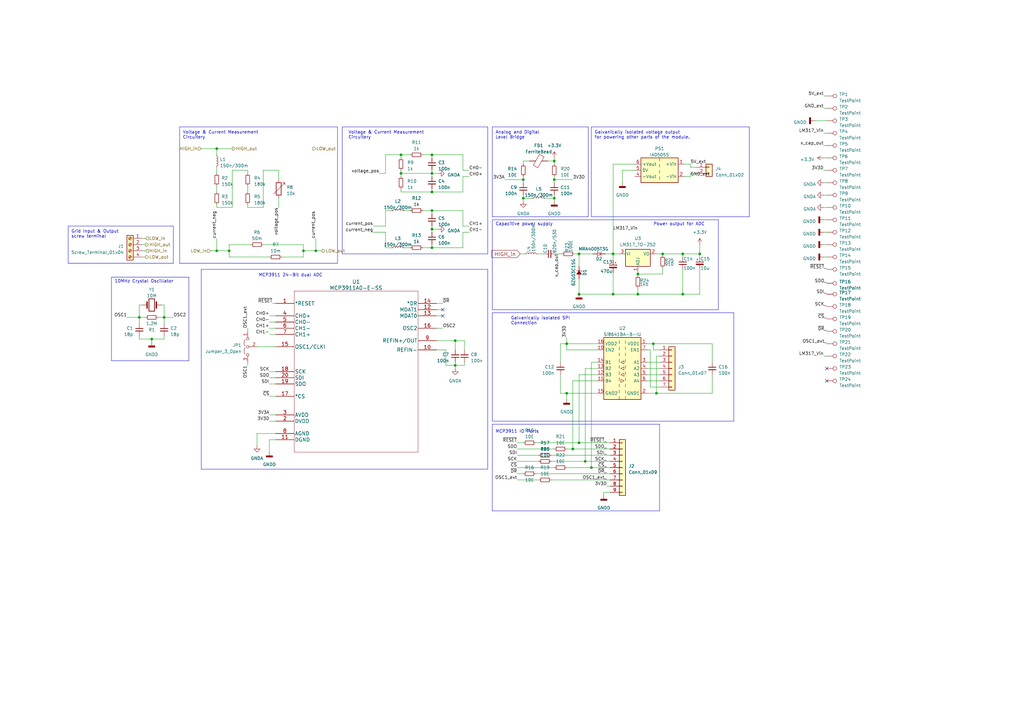
<source format=kicad_sch>
(kicad_sch (version 20230121) (generator eeschema)
  (paper "A3")
  (title_block (title "breakout-board-power-measurement") (date "2023-03-06") (rev "v1.8"))
  (junction (at 227.33 73.66))
  (junction (at 124.46 102.87))
  (junction (at 214.63 73.66))
  (junction (at 237.49 120.65))
  (junction (at 280.035 104.14))
  (junction (at 240.03 189.23))
  (junction (at 62.23 139.065))
  (junction (at 57.15 130.175))
  (junction (at 186.69 149.86))
  (junction (at 67.31 130.175))
  (junction (at 177.165 93.98))
  (junction (at 177.165 78.74))
  (junction (at 251.46 104.14))
  (junction (at 227.33 81.28))
  (junction (at 186.69 139.7))
  (junction (at 177.165 101.6))
  (junction (at 164.465 63.5))
  (junction (at 267.97 140.97))
  (junction (at 269.24 161.29))
  (junction (at 177.165 86.36))
  (junction (at 237.49 181.61))
  (junction (at 177.165 71.12))
  (junction (at 177.165 63.5))
  (junction (at 280.035 120.65))
  (junction (at 237.49 104.14))
  (junction (at 214.63 81.28))
  (junction (at 287.02 104.14))
  (junction (at 242.57 191.77))
  (junction (at 93.98 102.87))
  (junction (at 261.62 120.65))
  (junction (at 234.95 184.15))
  (junction (at 129.54 102.87))
  (junction (at 88.9 102.87))
  (junction (at 88.9 60.96))
  (junction (at 261.62 112.395))
  (junction (at 227.33 66.04))
  (junction (at 232.41 140.97))
  (junction (at 164.465 71.12))
  (junction (at 251.46 120.65))
  (junction (at 271.78 104.14))
  (junction (at 232.41 161.29))
  (no_connect (at 339.09 151.13))
  (no_connect (at 181.61 127))
  (no_connect (at 181.61 129.54))
  (no_connect (at 339.09 156.21))
  (wire (pts (xy 164.465 78.74) (xy 164.465 77.47)))
  (wire (pts (xy 114.3 81.28) (xy 114.3 85.09)))
  (wire (pts (xy 251.46 104.14) (xy 254 104.14)))
  (wire (pts (xy 270.51 158.75) (xy 266.7 158.75)))
  (wire (pts (xy 67.31 130.175) (xy 67.31 125.095)))
  (wire (pts (xy 214.63 81.28) (xy 218.44 81.28)))
  (polyline (pts (xy 294.64 90.17) (xy 294.64 127)))
  (polyline (pts (xy 270.51 209.55) (xy 201.93 209.55)))
  (wire (pts (xy 248.92 199.39) (xy 250.19 199.39)))
  (wire (pts (xy 110.49 132.08) (xy 113.03 132.08)))
  (polyline (pts (xy 222.25 128.27) (xy 294.64 128.27)))
  (wire (pts (xy 111.76 124.46) (xy 113.03 124.46)))
  (wire (pts (xy 129.54 97.79) (xy 129.54 102.87)))
  (polyline (pts (xy 71.12 92.71) (xy 71.12 107.95)))
  (wire (pts (xy 337.82 59.69) (xy 339.09 59.69)))
  (wire (pts (xy 265.43 140.97) (xy 267.97 140.97)))
  (wire (pts (xy 247.65 203.2) (xy 247.65 201.93)))
  (polyline (pts (xy 27.94 107.95) (xy 27.94 92.71)))
  (wire (pts (xy 110.49 137.16) (xy 113.03 137.16)))
  (wire (pts (xy 158.115 92.71) (xy 158.115 86.36)))
  (wire (pts (xy 93.98 100.33) (xy 102.87 100.33)))
  (wire (pts (xy 283.21 71.12) (xy 285.75 71.12)))
  (wire (pts (xy 88.9 68.58) (xy 88.9 71.12)))
  (wire (pts (xy 280.67 67.31) (xy 283.21 67.31)))
  (wire (pts (xy 101.6 85.09) (xy 107.95 85.09)))
  (wire (pts (xy 190.5 143.51) (xy 190.5 139.7)))
  (wire (pts (xy 95.25 69.85) (xy 95.25 85.09)))
  (wire (pts (xy 214.63 73.66) (xy 214.63 72.39)))
  (wire (pts (xy 177.165 63.5) (xy 189.865 63.5)))
  (polyline (pts (xy 201.93 172.72) (xy 208.28 172.72)))
  (wire (pts (xy 153.035 92.71) (xy 158.115 92.71)))
  (polyline (pts (xy 300.99 128.27) (xy 300.99 172.72)))
  (wire (pts (xy 280.67 72.39) (xy 283.21 72.39)))
  (wire (pts (xy 267.97 140.97) (xy 292.1 140.97)))
  (wire (pts (xy 337.82 69.85) (xy 339.09 69.85)))
  (wire (pts (xy 237.49 120.65) (xy 251.46 120.65)))
  (wire (pts (xy 226.06 189.23) (xy 240.03 189.23)))
  (wire (pts (xy 227.33 81.28) (xy 227.33 82.55)))
  (wire (pts (xy 219.71 181.61) (xy 237.49 181.61)))
  (wire (pts (xy 86.36 102.87) (xy 88.9 102.87)))
  (wire (pts (xy 283.21 71.12) (xy 283.21 72.39)))
  (wire (pts (xy 58.42 100.33) (xy 59.69 100.33)))
  (wire (pts (xy 227.33 72.39) (xy 227.33 73.66)))
  (polyline (pts (xy 45.72 147.955) (xy 45.72 113.665)))
  (wire (pts (xy 177.165 86.36) (xy 189.865 86.36)))
  (wire (pts (xy 67.31 132.715) (xy 67.31 130.175)))
  (polyline (pts (xy 200.025 104.14) (xy 140.335 104.14)))
  (wire (pts (xy 230.505 104.14) (xy 227.965 104.14)))
  (polyline (pts (xy 82.55 110.49) (xy 200.025 110.49)))
  (wire (pts (xy 227.33 66.04) (xy 227.33 67.31)))
  (wire (pts (xy 242.57 148.59) (xy 242.57 191.77)))
  (polyline (pts (xy 200.025 192.405) (xy 82.55 192.405)))
  (wire (pts (xy 177.165 93.98) (xy 179.705 93.98)))
  (wire (pts (xy 189.865 101.6) (xy 177.165 101.6)))
  (wire (pts (xy 114.3 69.85) (xy 114.3 73.66)))
  (wire (pts (xy 107.95 85.09) (xy 107.95 69.85)))
  (wire (pts (xy 240.03 151.13) (xy 245.11 151.13)))
  (wire (pts (xy 237.49 153.67) (xy 245.11 153.67)))
  (wire (pts (xy 261.62 112.395) (xy 261.62 113.03)))
  (wire (pts (xy 337.82 39.37) (xy 339.09 39.37)))
  (wire (pts (xy 67.31 139.065) (xy 67.31 137.795)))
  (polyline (pts (xy 201.93 52.07) (xy 201.93 88.9)))
  (polyline (pts (xy 208.28 173.99) (xy 270.51 173.99)))
  (wire (pts (xy 223.52 81.28) (xy 227.33 81.28)))
  (wire (pts (xy 237.49 153.67) (xy 237.49 181.61)))
  (wire (pts (xy 337.82 64.77) (xy 339.09 64.77)))
  (wire (pts (xy 334.01 49.53) (xy 339.09 49.53)))
  (wire (pts (xy 186.69 149.86) (xy 186.69 151.13)))
  (wire (pts (xy 189.865 86.36) (xy 189.865 92.71)))
  (polyline (pts (xy 241.3 88.9) (xy 201.93 88.9)))
  (wire (pts (xy 214.63 81.28) (xy 214.63 80.01)))
  (polyline (pts (xy 200.025 52.07) (xy 200.025 104.14)))
  (wire (pts (xy 113.03 180.34) (xy 110.49 180.34)))
  (polyline (pts (xy 201.93 128.27) (xy 222.25 128.27)))
  (wire (pts (xy 57.15 139.065) (xy 57.15 137.795)))
  (wire (pts (xy 237.49 181.61) (xy 250.19 181.61)))
  (wire (pts (xy 265.43 148.59) (xy 270.51 148.59)))
  (polyline (pts (xy 77.47 113.665) (xy 77.47 147.955)))
  (wire (pts (xy 158.115 101.6) (xy 160.655 101.6)))
  (wire (pts (xy 173.355 86.36) (xy 177.165 86.36)))
  (polyline (pts (xy 294.64 127) (xy 201.93 127)))
  (wire (pts (xy 251.46 120.65) (xy 251.46 111.76)))
  (wire (pts (xy 88.9 60.96) (xy 95.25 60.96)))
  (wire (pts (xy 113.03 162.56) (xy 110.49 162.56)))
  (wire (pts (xy 337.82 80.01) (xy 339.09 80.01)))
  (wire (pts (xy 265.43 161.29) (xy 269.24 161.29)))
  (polyline (pts (xy 140.335 52.07) (xy 200.025 52.07)))
  (wire (pts (xy 186.69 148.59) (xy 186.69 149.86)))
  (wire (pts (xy 265.43 143.51) (xy 266.7 143.51)))
  (wire (pts (xy 219.71 194.31) (xy 250.19 194.31)))
  (wire (pts (xy 265.43 151.13) (xy 270.51 151.13)))
  (wire (pts (xy 287.02 100.33) (xy 287.02 104.14)))
  (wire (pts (xy 229.87 148.59) (xy 229.87 140.97)))
  (wire (pts (xy 232.41 161.29) (xy 245.11 161.29)))
  (polyline (pts (xy 200.025 110.49) (xy 200.025 192.405)))
  (wire (pts (xy 110.49 134.62) (xy 113.03 134.62)))
  (wire (pts (xy 186.69 139.7) (xy 179.07 139.7)))
  (polyline (pts (xy 242.57 52.07) (xy 242.57 80.01)))
  (wire (pts (xy 113.03 172.72) (xy 110.49 172.72)))
  (wire (pts (xy 189.865 63.5) (xy 189.865 69.85)))
  (wire (pts (xy 229.87 140.97) (xy 232.41 140.97)))
  (wire (pts (xy 237.49 114.3) (xy 237.49 120.65)))
  (wire (pts (xy 283.21 67.31) (xy 283.21 68.58)))
  (wire (pts (xy 82.55 60.96) (xy 88.9 60.96)))
  (wire (pts (xy 164.465 64.77) (xy 164.465 63.5)))
  (polyline (pts (xy 82.55 192.405) (xy 82.55 175.895)))
  (wire (pts (xy 232.41 161.29) (xy 229.87 161.29)))
  (wire (pts (xy 88.9 102.87) (xy 93.98 102.87)))
  (wire (pts (xy 234.95 156.21) (xy 234.95 184.15)))
  (wire (pts (xy 237.49 104.14) (xy 237.49 109.22)))
  (polyline (pts (xy 45.72 113.665) (xy 77.47 113.665)))
  (wire (pts (xy 93.98 102.87) (xy 93.98 100.33)))
  (wire (pts (xy 57.15 130.175) (xy 57.15 125.095)))
  (wire (pts (xy 207.01 73.66) (xy 214.63 73.66)))
  (wire (pts (xy 337.82 105.41) (xy 339.09 105.41)))
  (wire (pts (xy 113.03 142.24) (xy 105.41 142.24)))
  (wire (pts (xy 124.46 102.87) (xy 124.46 100.33)))
  (wire (pts (xy 280.035 104.14) (xy 287.02 104.14)))
  (wire (pts (xy 124.46 102.87) (xy 129.54 102.87)))
  (polyline (pts (xy 201.93 90.17) (xy 209.55 90.17)))
  (polyline (pts (xy 307.34 52.07) (xy 242.57 52.07)))
  (wire (pts (xy 155.575 71.12) (xy 158.115 71.12)))
  (wire (pts (xy 115.57 105.41) (xy 124.46 105.41)))
  (wire (pts (xy 287.02 104.14) (xy 287.02 105.41)))
  (wire (pts (xy 177.165 101.6) (xy 173.355 101.6)))
  (wire (pts (xy 164.465 63.5) (xy 168.275 63.5)))
  (wire (pts (xy 251.46 67.31) (xy 251.46 104.14)))
  (wire (pts (xy 242.57 191.77) (xy 250.19 191.77)))
  (polyline (pts (xy 77.47 147.955) (xy 45.72 147.955)))
  (wire (pts (xy 337.82 54.61) (xy 339.09 54.61)))
  (wire (pts (xy 287.02 120.65) (xy 287.02 110.49)))
  (wire (pts (xy 177.165 63.5) (xy 177.165 64.77)))
  (wire (pts (xy 232.41 138.43) (xy 232.41 140.97)))
  (wire (pts (xy 189.865 69.85) (xy 192.405 69.85)))
  (wire (pts (xy 190.5 149.86) (xy 190.5 148.59)))
  (wire (pts (xy 66.04 125.095) (xy 67.31 125.095)))
  (wire (pts (xy 232.41 143.51) (xy 245.11 143.51)))
  (wire (pts (xy 177.165 92.71) (xy 177.165 93.98)))
  (wire (pts (xy 212.09 184.15) (xy 227.33 184.15)))
  (polyline (pts (xy 201.93 52.07) (xy 209.55 52.07)))
  (polyline (pts (xy 201.93 209.55) (xy 201.93 173.99)))
  (polyline (pts (xy 242.57 80.01) (xy 242.57 88.9)))
  (wire (pts (xy 93.98 102.87) (xy 93.98 105.41)))
  (wire (pts (xy 179.07 127) (xy 181.61 127)))
  (wire (pts (xy 227.33 80.01) (xy 227.33 81.28)))
  (wire (pts (xy 337.82 85.09) (xy 339.09 85.09)))
  (wire (pts (xy 232.41 191.77) (xy 242.57 191.77)))
  (wire (pts (xy 227.33 73.66) (xy 234.95 73.66)))
  (wire (pts (xy 251.46 104.14) (xy 251.46 106.68)))
  (polyline (pts (xy 71.12 107.95) (xy 27.94 107.95)))
  (wire (pts (xy 62.23 139.065) (xy 57.15 139.065)))
  (wire (pts (xy 271.78 109.855) (xy 271.78 112.395)))
  (polyline (pts (xy 201.93 173.99) (xy 208.28 173.99)))
  (polyline (pts (xy 294.64 128.27) (xy 300.99 128.27)))
  (wire (pts (xy 271.78 112.395) (xy 261.62 112.395)))
  (wire (pts (xy 179.07 124.46) (xy 181.61 124.46)))
  (wire (pts (xy 173.355 63.5) (xy 177.165 63.5)))
  (wire (pts (xy 58.42 97.79) (xy 59.69 97.79)))
  (wire (pts (xy 212.09 186.69) (xy 220.98 186.69)))
  (wire (pts (xy 113.03 157.48) (xy 110.49 157.48)))
  (wire (pts (xy 153.035 95.25) (xy 158.115 95.25)))
  (wire (pts (xy 164.465 78.74) (xy 177.165 78.74)))
  (wire (pts (xy 62.23 139.065) (xy 67.31 139.065)))
  (wire (pts (xy 265.43 153.67) (xy 270.51 153.67)))
  (polyline (pts (xy 209.55 52.07) (xy 241.3 52.07)))
  (wire (pts (xy 113.03 177.8) (xy 105.41 177.8)))
  (wire (pts (xy 337.82 95.25) (xy 339.09 95.25)))
  (polyline (pts (xy 27.94 92.71) (xy 71.12 92.71)))
  (polyline (pts (xy 140.335 104.14) (xy 140.335 52.07)))
  (wire (pts (xy 271.78 104.14) (xy 280.035 104.14)))
  (wire (pts (xy 101.6 69.85) (xy 95.25 69.85)))
  (wire (pts (xy 261.62 120.65) (xy 280.035 120.65)))
  (polyline (pts (xy 73.66 52.07) (xy 138.43 52.07)))
  (wire (pts (xy 186.69 149.86) (xy 190.5 149.86)))
  (wire (pts (xy 226.06 196.85) (xy 250.19 196.85)))
  (wire (pts (xy 280.035 120.65) (xy 280.035 110.49)))
  (wire (pts (xy 113.03 170.18) (xy 110.49 170.18)))
  (wire (pts (xy 255.27 69.85) (xy 260.35 69.85)))
  (wire (pts (xy 179.07 129.54) (xy 181.61 129.54)))
  (wire (pts (xy 240.03 189.23) (xy 250.19 189.23)))
  (wire (pts (xy 234.95 184.15) (xy 250.19 184.15)))
  (wire (pts (xy 212.09 194.31) (xy 214.63 194.31)))
  (wire (pts (xy 67.31 130.175) (xy 71.12 130.175)))
  (wire (pts (xy 107.95 100.33) (xy 124.46 100.33)))
  (wire (pts (xy 190.5 139.7) (xy 186.69 139.7)))
  (wire (pts (xy 226.06 186.69) (xy 250.19 186.69)))
  (wire (pts (xy 261.62 111.76) (xy 261.62 112.395)))
  (wire (pts (xy 177.165 100.33) (xy 177.165 101.6)))
  (wire (pts (xy 177.165 93.98) (xy 177.165 95.25)))
  (wire (pts (xy 64.77 130.175) (xy 67.31 130.175)))
  (wire (pts (xy 235.585 104.14) (xy 237.49 104.14)))
  (wire (pts (xy 101.6 83.82) (xy 101.6 85.09)))
  (wire (pts (xy 265.43 156.21) (xy 270.51 156.21)))
  (wire (pts (xy 213.36 104.14) (xy 215.265 104.14)))
  (wire (pts (xy 165.735 86.36) (xy 168.275 86.36)))
  (wire (pts (xy 267.97 143.51) (xy 267.97 140.97)))
  (wire (pts (xy 88.9 97.79) (xy 88.9 102.87)))
  (wire (pts (xy 164.465 72.39) (xy 164.465 71.12)))
  (wire (pts (xy 224.79 66.04) (xy 227.33 66.04)))
  (wire (pts (xy 158.115 86.36) (xy 160.655 86.36)))
  (polyline (pts (xy 241.3 52.07) (xy 241.3 88.9)))
  (wire (pts (xy 269.24 104.14) (xy 271.78 104.14)))
  (wire (pts (xy 88.9 60.96) (xy 88.9 63.5)))
  (wire (pts (xy 232.41 184.15) (xy 234.95 184.15)))
  (wire (pts (xy 179.07 134.62) (xy 181.61 134.62)))
  (wire (pts (xy 177.165 71.12) (xy 177.165 72.39)))
  (wire (pts (xy 251.46 120.65) (xy 261.62 120.65)))
  (wire (pts (xy 337.82 44.45) (xy 339.09 44.45)))
  (wire (pts (xy 158.115 63.5) (xy 158.115 71.12)))
  (wire (pts (xy 182.88 143.51) (xy 182.88 149.86)))
  (wire (pts (xy 214.63 74.93) (xy 214.63 73.66)))
  (wire (pts (xy 242.57 148.59) (xy 245.11 148.59)))
  (polyline (pts (xy 209.55 90.17) (xy 294.64 90.17)))
  (wire (pts (xy 214.63 66.04) (xy 217.17 66.04)))
  (wire (pts (xy 164.465 71.12) (xy 164.465 69.85)))
  (wire (pts (xy 189.865 72.39) (xy 192.405 72.39)))
  (polyline (pts (xy 138.43 107.95) (xy 73.66 107.95)))
  (polyline (pts (xy 270.51 173.99) (xy 270.51 209.55)))
  (wire (pts (xy 227.33 73.66) (xy 227.33 74.93)))
  (wire (pts (xy 227.33 64.77) (xy 227.33 66.04)))
  (wire (pts (xy 251.46 67.31) (xy 260.35 67.31)))
  (wire (pts (xy 179.07 143.51) (xy 182.88 143.51)))
  (wire (pts (xy 280.035 104.14) (xy 280.035 105.41)))
  (wire (pts (xy 52.07 130.175) (xy 57.15 130.175)))
  (polyline (pts (xy 138.43 52.07) (xy 138.43 107.95)))
  (wire (pts (xy 101.6 71.12) (xy 101.6 69.85)))
  (wire (pts (xy 182.88 149.86) (xy 186.69 149.86)))
  (wire (pts (xy 271.78 104.775) (xy 271.78 104.14)))
  (wire (pts (xy 248.285 104.14) (xy 251.46 104.14)))
  (wire (pts (xy 165.735 101.6) (xy 168.275 101.6)))
  (wire (pts (xy 177.165 77.47) (xy 177.165 78.74)))
  (wire (pts (xy 105.41 177.8) (xy 105.41 182.88)))
  (wire (pts (xy 88.9 83.82) (xy 88.9 85.09)))
  (wire (pts (xy 269.24 161.29) (xy 269.24 146.05)))
  (wire (pts (xy 189.865 78.74) (xy 189.865 72.39)))
  (wire (pts (xy 261.62 118.11) (xy 261.62 120.65)))
  (wire (pts (xy 88.9 85.09) (xy 95.25 85.09)))
  (wire (pts (xy 214.63 82.55) (xy 214.63 81.28)))
  (wire (pts (xy 158.115 63.5) (xy 164.465 63.5)))
  (wire (pts (xy 212.09 189.23) (xy 220.98 189.23)))
  (wire (pts (xy 337.82 100.33) (xy 339.09 100.33)))
  (wire (pts (xy 113.03 154.94) (xy 110.49 154.94)))
  (wire (pts (xy 232.41 140.97) (xy 232.41 143.51)))
  (wire (pts (xy 222.885 104.14) (xy 220.345 104.14)))
  (wire (pts (xy 234.95 156.21) (xy 245.11 156.21)))
  (polyline (pts (xy 242.57 88.9) (xy 307.34 88.9)))
  (polyline (pts (xy 73.66 107.95) (xy 73.66 52.07)))
  (polyline (pts (xy 307.34 88.9) (xy 307.34 52.07)))
  (wire (pts (xy 113.03 152.4) (xy 110.49 152.4)))
  (wire (pts (xy 337.82 74.93) (xy 339.09 74.93)))
  (wire (pts (xy 247.65 201.93) (xy 250.19 201.93)))
  (polyline (pts (xy 201.93 127) (xy 201.93 90.17)))
  (wire (pts (xy 189.865 92.71) (xy 192.405 92.71)))
  (wire (pts (xy 129.54 102.87) (xy 132.08 102.87)))
  (wire (pts (xy 212.09 191.77) (xy 227.33 191.77)))
  (wire (pts (xy 177.165 71.12) (xy 179.705 71.12)))
  (wire (pts (xy 237.49 104.14) (xy 243.205 104.14)))
  (wire (pts (xy 285.75 68.58) (xy 283.21 68.58)))
  (polyline (pts (xy 300.99 172.72) (xy 208.28 172.72)))
  (wire (pts (xy 229.87 161.29) (xy 229.87 153.67)))
  (wire (pts (xy 107.95 69.85) (xy 114.3 69.85)))
  (wire (pts (xy 232.41 140.97) (xy 245.11 140.97)))
  (wire (pts (xy 164.465 71.12) (xy 177.165 71.12)))
  (wire (pts (xy 88.9 76.2) (xy 88.9 78.74)))
  (wire (pts (xy 110.49 129.54) (xy 113.03 129.54)))
  (wire (pts (xy 232.41 163.83) (xy 232.41 161.29)))
  (wire (pts (xy 93.98 105.41) (xy 110.49 105.41)))
  (wire (pts (xy 101.6 148.59) (xy 101.6 149.86)))
  (wire (pts (xy 177.165 86.36) (xy 177.165 87.63)))
  (wire (pts (xy 110.49 180.34) (xy 110.49 185.42)))
  (wire (pts (xy 280.035 120.65) (xy 287.02 120.65)))
  (wire (pts (xy 57.15 132.715) (xy 57.15 130.175)))
  (wire (pts (xy 58.42 102.87) (xy 59.69 102.87)))
  (wire (pts (xy 292.1 140.97) (xy 292.1 148.59)))
  (wire (pts (xy 124.46 105.41) (xy 124.46 102.87)))
  (wire (pts (xy 337.82 146.05) (xy 339.09 146.05)))
  (wire (pts (xy 57.15 130.175) (xy 59.69 130.175)))
  (polyline (pts (xy 201.93 172.72) (xy 201.93 128.27)))
  (wire (pts (xy 212.09 181.61) (xy 214.63 181.61)))
  (wire (pts (xy 189.865 101.6) (xy 189.865 95.25)))
  (wire (pts (xy 101.6 134.62) (xy 101.6 135.89)))
  (wire (pts (xy 58.42 105.41) (xy 59.69 105.41)))
  (wire (pts (xy 269.24 161.29) (xy 292.1 161.29)))
  (wire (pts (xy 158.115 101.6) (xy 158.115 95.25)))
  (wire (pts (xy 177.165 69.85) (xy 177.165 71.12)))
  (wire (pts (xy 337.82 90.17) (xy 339.09 90.17)))
  (wire (pts (xy 214.63 67.31) (xy 214.63 66.04)))
  (wire (pts (xy 255.27 69.85) (xy 255.27 74.93)))
  (wire (pts (xy 292.1 153.67) (xy 292.1 161.29)))
  (wire (pts (xy 186.69 143.51) (xy 186.69 139.7)))
  (wire (pts (xy 62.23 140.335) (xy 62.23 139.065)))
  (polyline (pts (xy 82.55 110.49) (xy 82.55 175.895)))
  (wire (pts (xy 177.165 78.74) (xy 189.865 78.74)))
  (wire (pts (xy 266.7 143.51) (xy 266.7 158.75)))
  (wire (pts (xy 270.51 143.51) (xy 267.97 143.51)))
  (wire (pts (xy 240.03 151.13) (xy 240.03 189.23)))
  (wire (pts (xy 212.09 196.85) (xy 220.98 196.85)))
  (wire (pts (xy 101.6 76.2) (xy 101.6 78.74)))
  (wire (pts (xy 57.15 125.095) (xy 58.42 125.095)))
  (wire (pts (xy 269.24 146.05) (xy 270.51 146.05)))
  (wire (pts (xy 189.865 95.25) (xy 192.405 95.25)))
  (text "Grid Input & Output \nscrew terminal" (at 29.21 97.79 0) (effects (font (size 1.27 1.27)) (justify left bottom)))
  (text "Power output for ADC" (at 267.97 92.71 0) (effects (font (size 1.27 1.27)) (justify left bottom)))
  (text "Capacitive power supply" (at 203.2 92.71 0) (effects (font (size 1.27 1.27)) (justify left bottom)))
  (text "MCP3911 IO Ports" (at 203.2 177.8 0) (effects (font (size 1.27 1.27)) (justify left bottom)))
  (text "Analog and Digital\nLevel Bridge" (at 203.2 57.15 0) (effects (font (size 1.27 1.27)) (justify left bottom)))
  (text "MCP3911 24-Bit dual ADC" (at 106.045 113.665 0) (effects (font (size 1.27 1.27)) (justify left bottom)))
  (text "10MHz Crystal Oscillator" (at 46.99 116.205 0) (effects (font (size 1.27 1.27)) (justify left bottom)))
  (text "Galvanically isolated voltage output \nfor powering other parts of the module." (at 243.84 57.15 0) (effects (font (size 1.27 1.27)) (justify left bottom)))
  (text "Voltage & Current Measurement\nCircuitery" (at 142.875 57.15 0) (effects (font (size 1.27 1.27)) (justify left bottom)))
  (text "Galvanically isolated SPI\nConnection" (at 209.55 133.35 0) (effects (font (size 1.27 1.27)) (justify left bottom)))
  (text "Voltage & Current Measurement\nCircuitery" (at 74.93 57.15 0) (effects (font (size 1.27 1.27)) (justify left bottom)))
  (label "OSC1" (at 101.6 149.86 270))
  (label "LM317_Vin" (at 251.46 94.615 0))
  (label "~{CS}" (at 212.09 191.77 180))
  (label "~{CS}" (at 110.49 162.56 180))
  (label "CH0+" (at 110.49 129.54 180))
  (label "~{RESET}_" (at 248.92 181.61 180))
  (label "SDI_" (at 248.92 186.69 180))
  (label "SCK_" (at 339.09 125.73 180))
  (label "~{DR}" (at 181.61 124.46 0))
  (label "x_cap_out" (at 337.82 59.69 180))
  (label "CH1-" (at 192.405 95.25 0))
  (label "LM317_Vin" (at 337.82 146.05 180))
  (label "~{RESET}" (at 212.09 181.61 180))
  (label "3V3D" (at 232.41 138.43 90))
  (label "~{DR}_" (at 339.09 135.89 180))
  (label "~{CS}_" (at 248.92 191.77 180))
  (label "SDO_" (at 248.92 184.15 180))
  (label "CH1+" (at 192.405 92.71 0))
  (label "~{RESET}" (at 111.76 124.46 180))
  (label "~{DR}_" (at 248.92 194.31 180))
  (label "OSC1" (at 52.07 130.175 180))
  (label "3V3D" (at 234.95 73.66 0))
  (label "voltage_pos" (at 155.575 71.12 180))
  (label "SDI_" (at 339.09 120.65 180))
  (label "~{CS}_" (at 339.09 130.81 180))
  (label "CH1-" (at 110.49 137.16 180))
  (label "voltage_pos" (at 114.3 85.09 270))
  (label "CH1+" (at 110.49 134.62 180))
  (label "3V3D" (at 248.92 199.39 180))
  (label "3V3D" (at 110.49 172.72 180))
  (label "CH0+" (at 192.405 72.39 0))
  (label "OSC1_ext_" (at 248.92 196.85 180))
  (label "OSC1_ext" (at 101.6 134.62 90))
  (label "5V_ext" (at 337.82 39.37 180))
  (label "x_cap_out" (at 229.235 104.14 270))
  (label "SCK_" (at 248.92 189.23 180))
  (label "5V_ext" (at 283.21 67.31 0))
  (label "OSC1_ext_" (at 339.09 140.97 180))
  (label "CH0-" (at 110.49 132.08 180))
  (label "SDI" (at 110.49 157.48 180))
  (label "GND_ext" (at 337.82 44.45 180))
  (label "current_neg" (at 88.9 97.79 90))
  (label "LM317_Vin" (at 337.82 54.61 180))
  (label "OSC1_ext" (at 212.09 196.85 180))
  (label "OSC2" (at 71.12 130.175 0))
  (label "SCK" (at 212.09 189.23 180))
  (label "current_pos" (at 153.035 92.71 180))
  (label "SDO" (at 212.09 184.15 180))
  (label "3V3D" (at 337.82 69.85 180))
  (label "SCK" (at 110.49 152.4 180))
  (label "current_pos" (at 129.54 97.79 90))
  (label "~{DR}" (at 212.09 194.31 180))
  (label "current_neg" (at 153.035 95.25 180))
  (label "~{RESET}_" (at 339.09 110.49 180))
  (label "GND_ext" (at 283.21 72.39 0))
  (label "CH0-" (at 192.405 69.85 0))
  (label "3V3A" (at 110.49 170.18 180))
  (label "SDO" (at 110.49 154.94 180))
  (label "SDO_" (at 339.09 116.205 180))
  (label "OSC2" (at 181.61 134.62 0))
  (label "SDI" (at 212.09 186.69 180))
  (label "3V3A" (at 207.01 73.66 180))
  (global_label "HIGH_in" (shape input) (at 213.36 104.14 180) (effects (font (size 1.524 1.524))) (property "Intersheetrefs" "${INTERSHEET_REFS}" (effects hide)))
  (hierarchical_label "LOW_out" (shape output) (at 128.27 60.96 0))
  (hierarchical_label "LOW_in" (shape input) (at 59.69 97.79 0))
  (hierarchical_label "HIGH_out" (shape output) (at 95.25 60.96 0))
  (hierarchical_label "HIGH_in" (shape input) (at 82.55 60.96 180))
  (hierarchical_label "LOW_in" (shape input) (at 86.36 102.87 180))
  (hierarchical_label "HIGH_in" (shape input) (at 59.69 102.87 0))
  (hierarchical_label "LOW_out" (shape output) (at 59.69 105.41 0))
  (hierarchical_label "LOW_out" (shape output) (at 132.08 102.87 0))
  (hierarchical_label "HIGH_out" (shape output) (at 59.69 100.33 0))
  (symbol (lib_id "power:+3.3V") (at 227.33 64.77 0) (unit 1)
    (property "Reference" "#PWR08" (effects hide))
    (property "Value" "+3.3V" (at 227.33 59.69 0))
  )
  (symbol (lib_id "power:GNDD") (at 247.65 203.2 0) (unit 1)
    (property "Reference" "#PWR012" (effects hide))
    (property "Value" "GNDD" (at 247.65 208.28 0))
  )
  (symbol (lib_id "Device:L_Small") (at 220.98 81.28 90) (unit 1)
    (property "Reference" "L5" (at 220.98 77.47 90))
    (property "Value" "150n/300m" (at 220.98 80.01 90))
    (property "Footprint" "Inductor_SMD:L_1206_3216Metric" (effects hide))
  )
  (symbol (lib_id "power:GNDA") (at 179.705 71.12 90) (unit 1)
    (property "Reference" "#PWR04" (effects hide))
    (property "Value" "GNDA" (at 183.515 71.755 90) (effects (justify right)))
  )
  (symbol (lib_id "Device:R_Small") (at 214.63 69.85 0) (mirror y) (unit 1)
    (property "Reference" "R14" (at 212.09 69.215 0) (effects (justify left)))
    (property "Value" "10E" (at 212.09 71.755 0) (effects (justify left)))
    (property "Footprint" "Resistor_SMD:R_0805_2012Metric_Pad1.20x1.40mm_HandSolder" (effects hide))
  )
  (symbol (lib_id "power:GNDA") (at 179.705 93.98 90) (unit 1)
    (property "Reference" "#PWR05" (effects hide))
    (property "Value" "GNDA" (at 183.515 94.615 90) (effects (justify right)))
  )
  (symbol (lib_id "power:+3.3V") (at 287.02 100.33 0) (unit 1)
    (property "Reference" "#PWR014" (effects hide))
    (property "Value" "+3.3V" (at 287.02 95.25 0))
  )
  (symbol (lib_id "Device:R_Variable") (at 114.3 77.47 0) (unit 1)
    (property "Reference" "R8" (at 117.475 76.835 0) (effects (justify left)))
    (property "Value" "10k" (at 117.475 79.375 0) (effects (justify left)))
    (property "Footprint" "Potentiometer_THT:Potentiometer_ACP_CA9-V10_Vertical_Hole" (effects hide))
  )
  (symbol (lib_id "Connector:TestPoint") (at 339.09 151.13 270) (unit 1)
    (property "Reference" "TP23" (at 344.17 150.495 90) (effects (justify left)))
    (property "Value" "TestPoint" (at 344.17 153.035 90) (effects (justify left)))
    (property "Footprint" "Screwhole:Screwhole_THTPad_D3.0mm_Drill2.0mm" (effects hide))
  )
  (symbol (lib_id "Connector:TestPoint") (at 339.09 95.25 270) (unit 1)
    (property "Reference" "TP12" (at 344.17 94.615 90) (effects (justify left)))
    (property "Value" "TestPoint" (at 344.17 97.155 90) (effects (justify left)))
    (property "Footprint" "Via:Via_THTPad_D1.5mm_Drill0.8mm" (effects hide))
  )
  (symbol (lib_id "Device:C_Small") (at 186.69 146.05 0) (mirror x) (unit 1)
    (property "Reference" "C7" (at 184.15 145.4086 0) (effects (justify right)))
    (property "Value" "100n" (at 184.15 147.9486 0) (effects (justify right)))
    (property "Footprint" "Capacitor_SMD:C_1206_3216Metric_Pad1.33x1.80mm_HandSolder" (effects hide))
  )
  (symbol (lib_id "Device:C_Small") (at 57.15 135.255 0) (mirror y) (unit 1)
    (property "Reference" "C1" (at 54.61 134.6263 0) (effects (justify left)))
    (property "Value" "18p" (at 54.61 137.1663 0) (effects (justify left)))
    (property "Footprint" "Capacitor_SMD:C_0805_2012Metric_Pad1.18x1.45mm_HandSolder" (effects hide))
  )
  (symbol (lib_id "power:GNDD") (at 110.49 185.42 0) (mirror y) (unit 1)
    (property "Reference" "#PWR03" (effects hide))
    (property "Value" "GNDD" (at 110.49 190.5 0))
  )
  (symbol (lib_id "power:GNDA") (at 337.82 80.01 270) (unit 1)
    (property "Reference" "#PWR018" (effects hide))
    (property "Value" "GNDA" (at 334.645 80.645 90) (effects (justify right)))
  )
  (symbol (lib_id "Device:R_Small") (at 170.815 86.36 90) (unit 1)
    (property "Reference" "R12" (at 170.815 81.28 90))
    (property "Value" "1k" (at 170.815 83.82 90))
    (property "Footprint" "Resistor_SMD:R_1206_3216Metric_Pad1.30x1.75mm_HandSolder" (effects hide))
  )
  (symbol (lib_id "Device:R_Small") (at 88.9 73.66 0) (unit 1)
    (property "Reference" "R2" (at 90.805 73.025 0) (effects (justify left)))
    (property "Value" "150k" (at 90.805 75.565 0) (effects (justify left)))
    (property "Footprint" "Resistor_SMD:R_1206_3216Metric_Pad1.30x1.75mm_HandSolder" (effects hide))
  )
  (symbol (lib_id "Connector_Generic:Conn_01x07") (at 275.59 151.13 0) (unit 1)
    (property "Reference" "J3" (at 278.13 150.495 0) (effects (justify left)))
    (property "Value" "Conn_01x07" (at 278.13 153.035 0) (effects (justify left)))
    (property "Footprint" "Connector_PinHeader_2.54mm:PinHeader_1x07_P2.54mm_Vertical" (effects hide))
  )
  (symbol (lib_id "Power-Analyzer-rescue:R_Small") (at 233.045 104.14 90) (unit 1)
    (property "Reference" "R23" (at 232.537 103.378 0) (effects (justify left)))
    (property "Value" "100E" (at 234.061 103.378 0) (effects (justify left)))
    (property "Footprint" "Resistor_SMD:R_1206_3216Metric_Pad1.30x1.75mm_HandSolder" (effects hide))
  )
  (symbol (lib_id "Power-Analyzer-rescue:R_Small") (at 261.62 115.57 0) (unit 1)
    (property "Reference" "R24" (at 262.382 115.062 0) (effects (justify left)))
    (property "Value" "1k5" (at 262.382 116.586 0) (effects (justify left)))
    (property "Footprint" "Resistor_SMD:R_1206_3216Metric_Pad1.30x1.75mm_HandSolder" (effects hide))
  )
  (symbol (lib_id "Device:R_Small") (at 88.9 81.28 0) (unit 1)
    (property "Reference" "R3" (at 90.805 80.645 0) (effects (justify left)))
    (property "Value" "150k" (at 90.805 83.185 0) (effects (justify left)))
    (property "Footprint" "Resistor_SMD:R_1206_3216Metric_Pad1.30x1.75mm_HandSolder" (effects hide))
  )
  (symbol (lib_id "Connector_Generic:Conn_01x09") (at 255.27 191.77 0) (unit 1)
    (property "Reference" "J2" (at 257.81 191.135 0) (effects (justify left)))
    (property "Value" "Conn_01x09" (at 257.81 193.675 0) (effects (justify left)))
    (property "Footprint" "Connector_PinHeader_2.54mm:PinHeader_1x09_P2.54mm_Vertical" (effects hide))
  )
  (symbol (lib_id "Device:C_Small") (at 67.31 135.255 0) (unit 1)
    (property "Reference" "C2" (at 69.85 134.6263 0) (effects (justify left)))
    (property "Value" "18p" (at 69.85 137.1663 0) (effects (justify left)))
    (property "Footprint" "Capacitor_SMD:C_0805_2012Metric_Pad1.18x1.45mm_HandSolder" (effects hide))
  )
  (symbol (lib_id "Connector:Screw_Terminal_01x04") (at 53.34 100.33 0) (mirror y) (unit 1)
    (property "Reference" "J1" (at 50.8 100.965 0) (effects (justify left)))
    (property "Value" "Screw_Terminal_01x04" (at 50.8 103.505 0) (effects (justify left)))
    (property "Footprint" "TerminalBlock:TerminalBlock_Altech_AK300-4_P5.00mm" (effects hide))
  )
  (symbol (lib_id "Device:R_Small") (at 164.465 74.93 0) (unit 1)
    (property "Reference" "R10" (at 167.005 74.295 0) (effects (justify left)))
    (property "Value" "1k" (at 167.005 76.835 0) (effects (justify left)))
    (property "Footprint" "Resistor_SMD:R_1206_3216Metric_Pad1.30x1.75mm_HandSolder" (effects hide))
  )
  (symbol (lib_id "Device:FerriteBead") (at 220.98 66.04 90) (unit 1)
    (property "Reference" "FB1" (at 220.9292 59.69 90))
    (property "Value" "FerriteBead" (at 220.9292 62.23 90))
    (property "Footprint" "Inductor_SMD:L_1210_3225Metric_Pad1.42x2.65mm_HandSolder" (effects hide))
  )
  (symbol (lib_id "Device:R_Small") (at 101.6 81.28 0) (unit 1)
    (property "Reference" "R5" (at 104.14 80.645 0) (effects (justify left)))
    (property "Value" "180k" (at 104.14 83.185 0) (effects (justify left)))
    (property "Footprint" "Resistor_SMD:R_1206_3216Metric_Pad1.30x1.75mm_HandSolder" (effects hide))
  )
  (symbol (lib_id "power:+3.3V") (at 337.82 64.77 90) (unit 1)
    (property "Reference" "#PWR016" (effects hide))
    (property "Value" "+3.3V" (at 334.01 65.405 90) (effects (justify left)))
  )
  (symbol (lib_id "Device:C_Small") (at 292.1 151.13 0) (unit 1)
    (property "Reference" "C16" (at 294.64 150.5013 0) (effects (justify left)))
    (property "Value" "100n" (at 294.64 153.0413 0) (effects (justify left)))
    (property "Footprint" "Capacitor_SMD:C_1206_3216Metric_Pad1.33x1.80mm_HandSolder" (effects hide))
  )
  (symbol (lib_id "power:GNDD") (at 337.82 105.41 270) (unit 1)
    (property "Reference" "#PWR023" (effects hide))
    (property "Value" "GNDD" (at 334.645 106.045 90) (effects (justify right)))
  )
  (symbol (lib_id "Device:R_Small") (at 229.87 184.15 90) (unit 1)
    (property "Reference" "R21" (at 229.87 179.07 90))
    (property "Value" "10E" (at 229.87 181.61 90))
    (property "Footprint" "Resistor_SMD:R_0805_2012Metric_Pad1.20x1.40mm_HandSolder" (effects hide))
  )
  (symbol (lib_id "Connector:TestPoint") (at 339.09 64.77 270) (unit 1)
    (property "Reference" "TP6" (at 344.17 64.135 90) (effects (justify left)))
    (property "Value" "TestPoint" (at 344.17 66.675 90) (effects (justify left)))
    (property "Footprint" "Via:Via_THTPad_D1.5mm_Drill0.8mm" (effects hide))
  )
  (symbol (lib_id "Connector:TestPoint") (at 339.09 54.61 270) (unit 1)
    (property "Reference" "TP4" (at 344.17 53.975 90) (effects (justify left)))
    (property "Value" "TestPoint" (at 344.17 56.515 90) (effects (justify left)))
    (property "Footprint" "Via:Via_THTPad_D1.5mm_Drill0.8mm" (effects hide))
  )
  (symbol (lib_id "power:GNDA") (at 105.41 182.88 0) (mirror y) (unit 1)
    (property "Reference" "#PWR02" (effects hide))
    (property "Value" "GNDA" (at 105.41 187.96 0))
  )
  (symbol (lib_id "Power-Analyzer-rescue:R_Small") (at 271.78 107.315 0) (unit 1)
    (property "Reference" "R25" (at 272.542 106.807 0) (effects (justify left)))
    (property "Value" "910" (at 272.542 108.331 0) (effects (justify left)))
    (property "Footprint" "Resistor_SMD:R_1206_3216Metric_Pad1.30x1.75mm_HandSolder" (effects hide))
  )
  (symbol (lib_id "Device:R_Small") (at 170.815 101.6 90) (unit 1)
    (property "Reference" "R13" (at 170.815 96.52 90))
    (property "Value" "1k" (at 170.815 99.06 90))
    (property "Footprint" "Resistor_SMD:R_1206_3216Metric_Pad1.30x1.75mm_HandSolder" (effects hide))
  )
  (symbol (lib_id "Device:C_Small") (at 177.165 67.31 0) (unit 1)
    (property "Reference" "C3" (at 179.705 66.6813 0) (effects (justify left)))
    (property "Value" "100n" (at 179.705 69.2213 0) (effects (justify left)))
    (property "Footprint" "Capacitor_SMD:C_1206_3216Metric_Pad1.33x1.80mm_HandSolder" (effects hide))
  )
  (symbol (lib_id "Device:R_Small") (at 113.03 105.41 90) (unit 1)
    (property "Reference" "R7" (at 113.03 100.33 90))
    (property "Value" "10m" (at 113.03 102.87 90))
    (property "Footprint" "Resistor_SMD:R_2512_6332Metric" (effects hide))
  )
  (symbol (lib_id "Connector:TestPoint") (at 339.09 156.21 270) (unit 1)
    (property "Reference" "TP24" (at 344.17 155.575 90) (effects (justify left)))
    (property "Value" "TestPoint" (at 344.17 158.115 90) (effects (justify left)))
    (property "Footprint" "Screwhole:Screwhole_THTPad_D3.0mm_Drill2.0mm" (effects hide))
  )
  (symbol (lib_id "Device:R_Small") (at 227.33 69.85 0) (unit 1)
    (property "Reference" "R20" (at 229.87 69.215 0) (effects (justify left)))
    (property "Value" "10E" (at 229.87 71.755 0) (effects (justify left)))
    (property "Footprint" "Resistor_SMD:R_0805_2012Metric_Pad1.20x1.40mm_HandSolder" (effects hide))
  )
  (symbol (lib_id "Connector:TestPoint") (at 339.09 130.81 270) (unit 1)
    (property "Reference" "TP19" (at 344.17 130.175 90) (effects (justify left)))
    (property "Value" "TestPoint" (at 344.17 132.715 90) (effects (justify left)))
    (property "Footprint" "Via:Via_THTPad_D1.5mm_Drill0.8mm" (effects hide))
  )
  (symbol (lib_id "power:GNDD") (at 337.82 100.33 270) (unit 1)
    (property "Reference" "#PWR022" (effects hide))
    (property "Value" "GNDD" (at 334.645 100.965 90) (effects (justify right)))
  )
  (symbol (lib_id "Power-Analyzer-rescue:L_Small") (at 217.805 104.14 90) (unit 1)
    (property "Reference" "L4" (at 216.789 103.378 0) (effects (justify left)))
    (property "Value" "150n/300m" (at 218.821 103.378 0) (effects (justify left)))
    (property "Footprint" "Inductor_SMD:L_1206_3216Metric" (effects hide))
  )
  (symbol (lib_id "Device:C_Small") (at 190.5 146.05 180) (unit 1)
    (property "Reference" "C8" (at 193.04 145.4086 0) (effects (justify right)))
    (property "Value" "100n" (at 193.04 147.9486 0) (effects (justify right)))
    (property "Footprint" "Capacitor_SMD:C_1206_3216Metric_Pad1.33x1.80mm_HandSolder" (effects hide))
  )
  (symbol (lib_id "power:GNDD") (at 237.49 120.65 0) (unit 1)
    (property "Reference" "#PWR011" (effects hide))
    (property "Value" "GNDD" (at 237.49 125.73 0))
  )
  (symbol (lib_id "Device:C_Small") (at 214.63 77.47 0) (mirror y) (unit 1)
    (property "Reference" "C9" (at 212.09 76.8413 0) (effects (justify left)))
    (property "Value" "100n" (at 212.09 79.3813 0) (effects (justify left)))
    (property "Footprint" "Capacitor_SMD:C_1206_3216Metric_Pad1.33x1.80mm_HandSolder" (effects hide))
  )
  (symbol (lib_id "Device:R_Small") (at 217.17 181.61 90) (unit 1)
    (property "Reference" "R15" (at 217.17 176.53 90))
    (property "Value" "10E" (at 217.17 179.07 90))
    (property "Footprint" "Resistor_SMD:R_0805_2012Metric_Pad1.20x1.40mm_HandSolder" (effects hide))
  )
  (symbol (lib_id "Connector:TestPoint") (at 339.09 110.49 270) (unit 1)
    (property "Reference" "TP15" (at 344.17 109.855 90) (effects (justify left)))
    (property "Value" "TestPoint" (at 344.17 112.395 90) (effects (justify left)))
    (property "Footprint" "Via:Via_THTPad_D1.5mm_Drill0.8mm" (effects hide))
  )
  (symbol (lib_id "power:GNDA") (at 337.82 85.09 270) (unit 1)
    (property "Reference" "#PWR019" (effects hide))
    (property "Value" "GNDA" (at 334.645 85.725 90) (effects (justify right)))
  )
  (symbol (lib_id "Device:R_Small") (at 223.52 196.85 90) (unit 1)
    (property "Reference" "R19" (at 223.52 191.77 90))
    (property "Value" "10E" (at 223.52 194.31 90))
    (property "Footprint" "Resistor_SMD:R_0805_2012Metric_Pad1.20x1.40mm_HandSolder" (effects hide))
  )
  (symbol (lib_id "Connector:TestPoint") (at 339.09 49.53 270) (unit 1)
    (property "Reference" "TP3" (at 344.17 48.895 90) (effects (justify left)))
    (property "Value" "TestPoint" (at 344.17 51.435 90) (effects (justify left)))
    (property "Footprint" "Via:Via_THTPad_D1.5mm_Drill0.8mm" (effects hide))
  )
  (symbol (lib_id "Power-Analyzer-rescue:D_Zener_Small_ALT") (at 237.49 111.76 270) (unit 1)
    (property "Reference" "D1" (at 239.776 111.76 0))
    (property "Value" "BZG03C15G" (at 235.204 111.76 0))
    (property "Footprint" "Diode_SMD:D_SMA-SMB_Universal_Handsoldering" (effects hide))
  )
  (symbol (lib_id "power:GNDD") (at 232.41 163.83 0) (unit 1)
    (property "Reference" "#PWR010" (effects hide))
    (property "Value" "GNDD" (at 232.41 168.91 0))
  )
  (symbol (lib_id "Connector:TestPoint") (at 339.09 135.89 270) (unit 1)
    (property "Reference" "TP20" (at 344.17 135.255 90) (effects (justify left)))
    (property "Value" "TestPoint" (at 344.17 137.795 90) (effects (justify left)))
    (property "Footprint" "Via:Via_THTPad_D1.5mm_Drill0.8mm" (effects hide))
  )
  (symbol (lib_id "Connector:TestPoint") (at 339.09 125.73 270) (unit 1)
    (property "Reference" "TP18" (at 344.17 125.095 90) (effects (justify left)))
    (property "Value" "TestPoint" (at 344.17 127.635 90) (effects (justify left)))
    (property "Footprint" "Via:Via_THTPad_D1.5mm_Drill0.8mm" (effects hide))
  )
  (symbol (lib_id "Device:L_Small") (at 163.195 101.6 90) (unit 1)
    (property "Reference" "L3" (at 163.195 97.79 90))
    (property "Value" "150n/300m" (at 163.195 100.33 90))
    (property "Footprint" "Inductor_SMD:L_1206_3216Metric" (effects hide))
  )
  (symbol (lib_id "Converter_DCDC:IA0505S") (at 270.51 69.85 0) (mirror y) (unit 1)
    (property "Reference" "PS1" (at 270.51 60.96 0))
    (property "Value" "IA0505S" (at 270.51 63.5 0))
    (property "Footprint" "Converter_DCDC:Converter_DCDC_XP_POWER-IAxxxxS_THT" (effects hide))
    (property "Datasheet" "https://www.xppower.com/pdfs/SF_IA.pdf" (effects hide))
  )
  (symbol (lib_id "Connector:TestPoint") (at 339.09 105.41 270) (unit 1)
    (property "Reference" "TP14" (at 344.17 104.775 90) (effects (justify left)))
    (property "Value" "TestPoint" (at 344.17 107.315 90) (effects (justify left)))
    (property "Footprint" "Via:Via_THTPad_D1.5mm_Drill0.8mm" (effects hide))
  )
  (symbol (lib_id "Connector:TestPoint") (at 339.09 80.01 270) (unit 1)
    (property "Reference" "TP9" (at 344.17 79.375 90) (effects (justify left)))
    (property "Value" "TestPoint" (at 344.17 81.915 90) (effects (justify left)))
    (property "Footprint" "Via:Via_THTPad_D1.5mm_Drill0.8mm" (effects hide))
  )
  (symbol (lib_id "Device:L_Small") (at 88.9 66.04 0) (unit 1)
    (property "Reference" "L1" (at 90.17 65.405 0) (effects (justify left)))
    (property "Value" "150n/300m" (at 90.17 67.945 0) (effects (justify left)))
    (property "Footprint" "Inductor_SMD:L_1206_3216Metric" (effects hide))
  )
  (symbol (lib_id "Connector:TestPoint") (at 339.09 74.93 270) (unit 1)
    (property "Reference" "TP8" (at 344.17 74.295 90) (effects (justify left)))
    (property "Value" "TestPoint" (at 344.17 76.835 90) (effects (justify left)))
    (property "Footprint" "Via:Via_THTPad_D1.5mm_Drill0.8mm" (effects hide))
  )
  (symbol (lib_id "Power-Analyzer-rescue:C_Small") (at 280.035 107.95 0) (unit 1)
    (property "Reference" "C14" (at 280.289 106.172 0) (effects (justify left)))
    (property "Value" "100n" (at 280.289 109.982 0) (effects (justify left)))
    (property "Footprint" "Capacitor_SMD:C_1206_3216Metric_Pad1.33x1.80mm_HandSolder" (effects hide))
  )
  (symbol (lib_id "Device:R_Small") (at 101.6 73.66 0) (unit 1)
    (property "Reference" "R4" (at 104.14 73.025 0) (effects (justify left)))
    (property "Value" "180k" (at 104.14 75.565 0) (effects (justify left)))
    (property "Footprint" "Resistor_SMD:R_1206_3216Metric_Pad1.30x1.75mm_HandSolder" (effects hide))
  )
  (symbol (lib_id "Isolator:Si8641BA-B-IU") (at 255.27 151.13 0) (mirror y) (unit 1)
    (property "Reference" "U2" (at 255.27 134.62 0))
    (property "Value" "Si8641BA-B-IU" (at 255.27 137.16 0))
    (property "Footprint" "Package_SO:SOIC-16_3.9x9.9mm_P1.27mm" (effects hide))
    (property "Datasheet" "https://www.silabs.com/documents/public/data-sheets/si864x-datasheet.pdf" (effects hide))
  )
  (symbol (lib_id "Connector:TestPoint") (at 339.09 39.37 270) (unit 1)
    (property "Reference" "TP1" (at 344.17 38.735 90) (effects (justify left)))
    (property "Value" "TestPoint" (at 344.17 41.275 90) (effects (justify left)))
    (property "Footprint" "Via:Via_THTPad_D1.5mm_Drill0.8mm" (effects hide))
  )
  (symbol (lib_id "Device:C_Small") (at 177.165 97.79 0) (unit 1)
    (property "Reference" "C6" (at 179.705 97.1613 0) (effects (justify left)))
    (property "Value" "100n" (at 179.705 99.7013 0) (effects (justify left)))
    (property "Footprint" "Capacitor_SMD:C_1206_3216Metric_Pad1.33x1.80mm_HandSolder" (effects hide))
  )
  (symbol (lib_id "Device:C_Small") (at 177.165 74.93 0) (unit 1)
    (property "Reference" "C4" (at 179.705 74.3013 0) (effects (justify left)))
    (property "Value" "100n" (at 179.705 76.8413 0) (effects (justify left)))
    (property "Footprint" "Capacitor_SMD:C_1206_3216Metric_Pad1.33x1.80mm_HandSolder" (effects hide))
  )
  (symbol (lib_id "Device:R_Small") (at 164.465 67.31 0) (unit 1)
    (property "Reference" "R9" (at 167.005 66.675 0) (effects (justify left)))
    (property "Value" "1k" (at 167.005 69.215 0) (effects (justify left)))
    (property "Footprint" "Resistor_SMD:R_1206_3216Metric_Pad1.30x1.75mm_HandSolder" (effects hide))
  )
  (symbol (lib_id "Connector:TestPoint") (at 339.09 146.05 270) (unit 1)
    (property "Reference" "TP22" (at 344.17 145.415 90) (effects (justify left)))
    (property "Value" "TestPoint" (at 344.17 147.955 90) (effects (justify left)))
    (property "Footprint" "Via:Via_THTPad_D1.5mm_Drill0.8mm" (effects hide))
  )
  (symbol (lib_id "Device:R_Small") (at 223.52 186.69 90) (unit 1)
    (property "Reference" "R17" (at 223.52 181.61 90))
    (property "Value" "10E" (at 223.52 184.15 90))
    (property "Footprint" "Resistor_SMD:R_0805_2012Metric_Pad1.20x1.40mm_HandSolder" (effects hide))
  )
  (symbol (lib_id "power:GNDD") (at 227.33 82.55 0) (unit 1)
    (property "Reference" "#PWR09" (effects hide))
    (property "Value" "GNDD" (at 227.33 87.63 0))
  )
  (symbol (lib_id "Connector_Generic:Conn_01x02") (at 290.83 68.58 0) (unit 1)
    (property "Reference" "J4" (at 293.37 69.215 0) (effects (justify left)))
    (property "Value" "Conn_01x02" (at 293.37 71.755 0) (effects (justify left)))
    (property "Footprint" "Connector_PinHeader_2.54mm:PinHeader_1x02_P2.54mm_Vertical" (effects hide))
  )
  (symbol (lib_id "Connector:TestPoint") (at 339.09 116.205 270) (unit 1)
    (property "Reference" "TP16" (at 344.17 115.57 90) (effects (justify left)))
    (property "Value" "TestPoint" (at 344.17 118.11 90) (effects (justify left)))
    (property "Footprint" "Via:Via_THTPad_D1.5mm_Drill0.8mm" (effects hide))
  )
  (symbol (lib_id "Power-Analyzer-rescue:C_Small") (at 225.425 104.14 90) (unit 1)
    (property "Reference" "C10" (at 223.647 103.886 0) (effects (justify left)))
    (property "Value" "820n/530" (at 227.457 103.886 0) (effects (justify left)))
    (property "Footprint" "Capacitor_THT:C_Rect_L26.5mm_W10.5mm_P22.50mm_MKS4" (effects hide))
  )
  (symbol (lib_id "Jumper:Jumper_3_Open") (at 101.6 142.24 90) (mirror x) (unit 1)
    (property "Reference" "JP1" (at 99.06 141.605 90) (effects (justify left)))
    (property "Value" "Jumper_3_Open" (at 99.06 144.145 90) (effects (justify left)))
    (property "Footprint" "Connector_PinHeader_2.54mm:PinHeader_1x03_P2.54mm_Vertical" (effects hide))
  )
  (symbol (lib_id "Connector:TestPoint") (at 339.09 120.65 270) (unit 1)
    (property "Reference" "TP17" (at 344.17 120.015 90) (effects (justify left)))
    (property "Value" "TestPoint" (at 344.17 122.555 90) (effects (justify left)))
    (property "Footprint" "Via:Via_THTPad_D1.5mm_Drill0.8mm" (effects hide))
  )
  (symbol (lib_id "power:GNDA") (at 214.63 82.55 0) (unit 1)
    (property "Reference" "#PWR07" (effects hide))
    (property "Value" "GNDA" (at 214.63 87.63 0))
  )
  (symbol (lib_id "Power-Analyzer-rescue:CP_Small") (at 251.46 109.22 0) (mirror y) (unit 1)
    (property "Reference" "C13" (at 251.206 107.442 0) (effects (justify left)))
    (property "Value" "470u" (at 251.206 111.252 0) (effects (justify left)))
    (property "Footprint" "Capacitor_THT:CP_Radial_D10.0mm_P5.00mm" (effects hide))
  )
  (symbol (lib_id "Connector:TestPoint") (at 339.09 140.97 270) (unit 1)
    (property "Reference" "TP21" (at 344.17 140.335 90) (effects (justify left)))
    (property "Value" "TestPoint" (at 344.17 142.875 90) (effects (justify left)))
    (property "Footprint" "Via:Via_THTPad_D1.5mm_Drill0.8mm" (effects hide))
  )
  (symbol (lib_id "Device:R_Small") (at 62.23 130.175 90) (mirror x) (unit 1)
    (property "Reference" "R1" (at 62.23 135.255 90))
    (property "Value" "1.2M" (at 62.23 132.715 90))
    (property "Footprint" "Resistor_SMD:R_1206_3216Metric_Pad1.30x1.75mm_HandSolder" (effects hide))
  )
  (symbol (lib_id "power:GNDD") (at 337.82 95.25 270) (unit 1)
    (property "Reference" "#PWR021" (effects hide))
    (property "Value" "GNDD" (at 334.645 95.885 90) (effects (justify right)))
  )
  (symbol (lib_id "Connector:TestPoint") (at 339.09 90.17 270) (unit 1)
    (property "Reference" "TP11" (at 344.17 89.535 90) (effects (justify left)))
    (property "Value" "TestPoint" (at 344.17 92.075 90) (effects (justify left)))
    (property "Footprint" "Via:Via_THTPad_D1.5mm_Drill0.8mm" (effects hide))
  )
  (symbol (lib_id "Connector:TestPoint") (at 339.09 85.09 270) (unit 1)
    (property "Reference" "TP10" (at 344.17 84.455 90) (effects (justify left)))
    (property "Value" "TestPoint" (at 344.17 86.995 90) (effects (justify left)))
    (property "Footprint" "Via:Via_THTPad_D1.5mm_Drill0.8mm" (effects hide))
  )
  (symbol (lib_id "Device:R_Small") (at 170.815 63.5 90) (unit 1)
    (property "Reference" "R11" (at 170.815 58.42 90))
    (property "Value" "1k" (at 170.815 60.96 90))
    (property "Footprint" "Resistor_SMD:R_1206_3216Metric_Pad1.30x1.75mm_HandSolder" (effects hide))
  )
  (symbol (lib_id "Regulator_Linear:LM317_TO-252") (at 261.62 104.14 0) (unit 1)
    (property "Reference" "U3" (at 261.62 97.79 0))
    (property "Value" "LM317_TO-252" (at 261.62 100.33 0))
    (property "Footprint" "Package_TO_SOT_SMD:TO-252-2" (effects hide))
    (property "Datasheet" "http://www.ti.com/lit/ds/snvs774n/snvs774n.pdf" (effects hide))
  )
  (symbol (lib_id "Device:C_Small") (at 227.33 77.47 0) (unit 1)
    (property "Reference" "C11" (at 229.87 76.8413 0) (effects (justify left)))
    (property "Value" "100n" (at 229.87 79.3813 0) (effects (justify left)))
    (property "Footprint" "Capacitor_SMD:C_1206_3216Metric_Pad1.33x1.80mm_HandSolder" (effects hide))
  )
  (symbol (lib_id "Power-Analyzer-rescue:D_Small") (at 245.745 104.14 180) (unit 1)
    (property "Reference" "D2" (at 247.015 106.172 0) (effects (justify left)))
    (property "Value" "MRA4005T3G" (at 249.555 102.108 0) (effects (justify left)))
    (property "Footprint" "Diode_SMD:D_MicroMELF_Handsoldering" (effects hide))
  )
  (symbol (lib_id "power:GNDA") (at 337.82 74.93 270) (unit 1)
    (property "Reference" "#PWR017" (effects hide))
    (property "Value" "GNDA" (at 334.645 75.565 90) (effects (justify right)))
  )
  (symbol (lib_id "Connector:TestPoint") (at 339.09 44.45 270) (unit 1)
    (property "Reference" "TP2" (at 344.17 43.815 90) (effects (justify left)))
    (property "Value" "TestPoint" (at 344.17 46.355 90) (effects (justify left)))
    (property "Footprint" "Via:Via_THTPad_D1.5mm_Drill0.8mm" (effects hide))
  )
  (symbol (lib_id "Device:C_Small") (at 229.87 151.13 0) (mirror y) (unit 1)
    (property "Reference" "C12" (at 227.33 150.5013 0) (effects (justify left)))
    (property "Value" "100n" (at 227.33 153.0413 0) (effects (justify left)))
    (property "Footprint" "Capacitor_SMD:C_1206_3216Metric_Pad1.33x1.80mm_HandSolder" (effects hide))
  )
  (symbol (lib_id "Device:C_Small") (at 177.165 90.17 0) (unit 1)
    (property "Reference" "C5" (at 179.705 89.5413 0) (effects (justify left)))
    (property "Value" "100n" (at 179.705 92.0813 0) (effects (justify left)))
    (property "Footprint" "Capacitor_SMD:C_1206_3216Metric_Pad1.33x1.80mm_HandSolder" (effects hide))
  )
  (symbol (lib_id "Device:R_Small") (at 223.52 189.23 90) (unit 1)
    (property "Reference" "R18" (at 223.52 184.15 90))
    (property "Value" "10E" (at 223.52 186.69 90))
    (property "Footprint" "Resistor_SMD:R_0805_2012Metric_Pad1.20x1.40mm_HandSolder" (effects hide))
  )
  (symbol (lib_id "power:GNDA") (at 186.69 151.13 0) (mirror y) (unit 1)
    (property "Reference" "#PWR06" (effects hide))
    (property "Value" "GNDA" (at 186.69 156.21 0))
  )
  (symbol (lib_id "Power-Analyzer-rescue:CP_Small") (at 287.02 107.95 0) (unit 1)
    (property "Reference" "C15" (at 287.274 106.172 0) (effects (justify left)))
    (property "Value" "10u" (at 287.274 109.982 0) (effects (justify left)))
    (property "Footprint" "Capacitor_SMD:C_1206_3216Metric_Pad1.33x1.80mm_HandSolder" (effects hide))
  )
  (symbol (lib_id "power:GNDD") (at 337.82 90.17 270) (unit 1)
    (property "Reference" "#PWR020" (effects hide))
    (property "Value" "GNDD" (at 334.645 90.805 90) (effects (justify right)))
  )
  (symbol (lib_id "power:GNDD") (at 334.01 49.53 270) (unit 1)
    (property "Reference" "#PWR015" (effects hide))
    (property "Value" "GNDD" (at 330.835 50.165 90) (effects (justify right)))
  )
  (symbol (lib_id "Device:L_Small") (at 163.195 86.36 90) (unit 1)
    (property "Reference" "L2" (at 163.195 82.55 90))
    (property "Value" "150n/300m" (at 163.195 85.09 90))
    (property "Footprint" "Inductor_SMD:L_1206_3216Metric" (effects hide))
  )
  (symbol (lib_id "Device:R_Small") (at 217.17 194.31 90) (unit 1)
    (property "Reference" "R16" (at 217.17 191.77 90))
    (property "Value" "10E" (at 217.17 196.85 90))
    (property "Footprint" "Resistor_SMD:R_0805_2012Metric_Pad1.20x1.40mm_HandSolder" (effects hide))
  )
  (symbol (lib_id "Device:R_Small") (at 105.41 100.33 90) (unit 1)
    (property "Reference" "R6" (at 105.41 95.25 90))
    (property "Value" "50m" (at 105.41 97.79 90))
    (property "Footprint" "Resistor_SMD:R_2512_6332Metric" (effects hide))
  )
  (symbol (lib_id "Connector:TestPoint") (at 339.09 100.33 270) (unit 1)
    (property "Reference" "TP13" (at 344.17 99.695 90) (effects (justify left)))
    (property "Value" "TestPoint" (at 344.17 102.235 90) (effects (justify left)))
    (property "Footprint" "Via:Via_THTPad_D1.5mm_Drill0.8mm" (effects hide))
  )
  (symbol (lib_id "power:GNDD") (at 255.27 74.93 0) (unit 1)
    (property "Reference" "#PWR013" (effects hide))
    (property "Value" "GNDD" (at 255.27 80.01 0))
  )
  (symbol (lib_id "2023-03-06_20-07-43:MCP3911A0-E/SS") (at 113.03 124.46 0) (unit 1)
    (property "Reference" "U1" (at 146.05 115.57 0) (effects (font (size 1.524 1.524))))
    (property "Value" "MCP3911A0-E-SS" (at 146.05 118.11 0) (effects (font (size 1.524 1.524))))
    (property "Footprint" "MCP3911A0-E-SS:MCP3911A0-E&slash_SS" (effects hide))
  )
  (symbol (lib_id "Connector:TestPoint") (at 339.09 69.85 270) (unit 1)
    (property "Reference" "TP7" (at 344.17 69.215 90) (effects (justify left)))
    (property "Value" "TestPoint" (at 344.17 71.755 90) (effects (justify left)))
    (property "Footprint" "Via:Via_THTPad_D1.5mm_Drill0.8mm" (effects hide))
  )
  (symbol (lib_id "Device:R_Small") (at 229.87 191.77 90) (unit 1)
    (property "Reference" "R22" (at 229.87 186.69 90))
    (property "Value" "10E" (at 229.87 189.23 90))
    (property "Footprint" "Resistor_SMD:R_0805_2012Metric_Pad1.20x1.40mm_HandSolder" (effects hide))
  )
  (symbol (lib_id "Device:Crystal") (at 62.23 125.095 0) (unit 1)
    (property "Reference" "Y1" (at 62.23 118.745 0))
    (property "Value" "10M" (at 62.23 121.285 0))
    (property "Footprint" "Crystal:Crystal_HC49-4H_Vertical" (effects hide))
  )
  (symbol (lib_id "Connector:TestPoint") (at 339.09 59.69 270) (unit 1)
    (property "Reference" "TP5" (at 344.17 59.055 90) (effects (justify left)))
    (property "Value" "TestPoint" (at 344.17 61.595 90) (effects (justify left)))
    (property "Footprint" "Via:Via_THTPad_D1.5mm_Drill0.8mm" (effects hide))
  )
  (symbol (lib_id "power:GNDD") (at 62.23 140.335 0) (unit 1)
    (property "Reference" "#PWR01" (effects hide))
    (property "Value" "GNDD" (at 62.23 145.415 0))
  )
)
</source>
